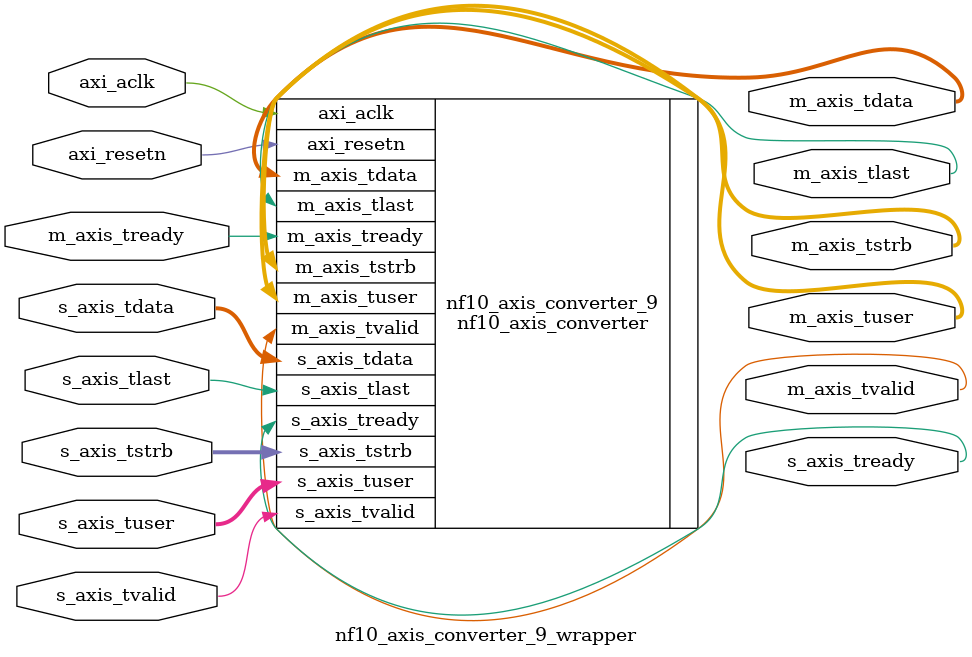
<source format=v>

module nf10_axis_converter_9_wrapper
  (
    axi_aclk,
    axi_resetn,
    m_axis_tdata,
    m_axis_tstrb,
    m_axis_tuser,
    m_axis_tvalid,
    m_axis_tready,
    m_axis_tlast,
    s_axis_tdata,
    s_axis_tstrb,
    s_axis_tuser,
    s_axis_tvalid,
    s_axis_tready,
    s_axis_tlast
  );
  input axi_aclk;
  input axi_resetn;
  output [63:0] m_axis_tdata;
  output [7:0] m_axis_tstrb;
  output [127:0] m_axis_tuser;
  output m_axis_tvalid;
  input m_axis_tready;
  output m_axis_tlast;
  input [255:0] s_axis_tdata;
  input [31:0] s_axis_tstrb;
  input [127:0] s_axis_tuser;
  input s_axis_tvalid;
  output s_axis_tready;
  input s_axis_tlast;

  nf10_axis_converter
    #(
      .C_M_AXIS_DATA_WIDTH ( 64 ),
      .C_S_AXIS_DATA_WIDTH ( 256 ),
      .C_M_AXIS_TUSER_WIDTH ( 128 ),
      .C_S_AXIS_TUSER_WIDTH ( 128 ),
      .C_LEN_WIDTH ( 16 ),
      .C_SPT_WIDTH ( 8 ),
      .C_DPT_WIDTH ( 8 ),
      .C_DEFAULT_VALUE_ENABLE ( 0 ),
      .C_DEFAULT_SRC_PORT ( 8'h00 ),
      .C_DEFAULT_DST_PORT ( 8'h00 )
    )
    nf10_axis_converter_9 (
      .axi_aclk ( axi_aclk ),
      .axi_resetn ( axi_resetn ),
      .m_axis_tdata ( m_axis_tdata ),
      .m_axis_tstrb ( m_axis_tstrb ),
      .m_axis_tuser ( m_axis_tuser ),
      .m_axis_tvalid ( m_axis_tvalid ),
      .m_axis_tready ( m_axis_tready ),
      .m_axis_tlast ( m_axis_tlast ),
      .s_axis_tdata ( s_axis_tdata ),
      .s_axis_tstrb ( s_axis_tstrb ),
      .s_axis_tuser ( s_axis_tuser ),
      .s_axis_tvalid ( s_axis_tvalid ),
      .s_axis_tready ( s_axis_tready ),
      .s_axis_tlast ( s_axis_tlast )
    );

endmodule


</source>
